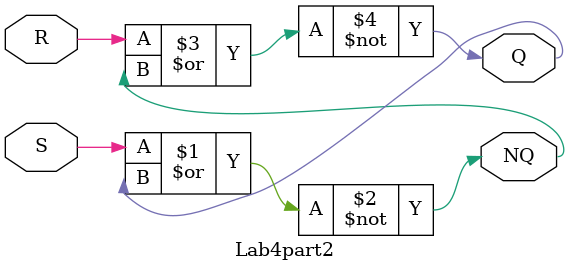
<source format=v>
module Lab4part2(S,R,Q,NQ);
	input R,S;
	output Q,NQ;
	
	assign NQ = ~(S|Q);
	assign Q = ~(R|NQ);
	
endmodule 
</source>
